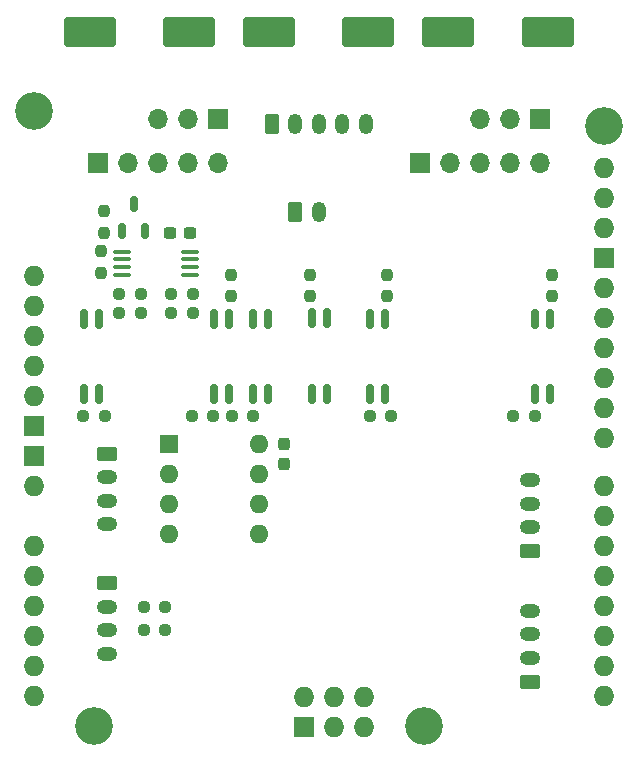
<source format=gts>
G04 #@! TF.GenerationSoftware,KiCad,Pcbnew,7.0.0*
G04 #@! TF.CreationDate,2023-03-02T16:39:17-08:00*
G04 #@! TF.ProjectId,KYBERNETES-CHASSIS-SHIELD,4b594245-524e-4455-9445-532d43484153,rev?*
G04 #@! TF.SameCoordinates,Original*
G04 #@! TF.FileFunction,Soldermask,Top*
G04 #@! TF.FilePolarity,Negative*
%FSLAX46Y46*%
G04 Gerber Fmt 4.6, Leading zero omitted, Abs format (unit mm)*
G04 Created by KiCad (PCBNEW 7.0.0) date 2023-03-02 16:39:17*
%MOMM*%
%LPD*%
G01*
G04 APERTURE LIST*
G04 Aperture macros list*
%AMRoundRect*
0 Rectangle with rounded corners*
0 $1 Rounding radius*
0 $2 $3 $4 $5 $6 $7 $8 $9 X,Y pos of 4 corners*
0 Add a 4 corners polygon primitive as box body*
4,1,4,$2,$3,$4,$5,$6,$7,$8,$9,$2,$3,0*
0 Add four circle primitives for the rounded corners*
1,1,$1+$1,$2,$3*
1,1,$1+$1,$4,$5*
1,1,$1+$1,$6,$7*
1,1,$1+$1,$8,$9*
0 Add four rect primitives between the rounded corners*
20,1,$1+$1,$2,$3,$4,$5,0*
20,1,$1+$1,$4,$5,$6,$7,0*
20,1,$1+$1,$6,$7,$8,$9,0*
20,1,$1+$1,$8,$9,$2,$3,0*%
G04 Aperture macros list end*
%ADD10RoundRect,0.150000X0.150000X-0.662500X0.150000X0.662500X-0.150000X0.662500X-0.150000X-0.662500X0*%
%ADD11RoundRect,0.237500X0.250000X0.237500X-0.250000X0.237500X-0.250000X-0.237500X0.250000X-0.237500X0*%
%ADD12RoundRect,0.237500X-0.250000X-0.237500X0.250000X-0.237500X0.250000X0.237500X-0.250000X0.237500X0*%
%ADD13RoundRect,0.237500X-0.237500X0.250000X-0.237500X-0.250000X0.237500X-0.250000X0.237500X0.250000X0*%
%ADD14RoundRect,0.237500X0.237500X-0.250000X0.237500X0.250000X-0.237500X0.250000X-0.237500X-0.250000X0*%
%ADD15RoundRect,0.250000X-1.950000X-1.000000X1.950000X-1.000000X1.950000X1.000000X-1.950000X1.000000X0*%
%ADD16RoundRect,0.237500X-0.237500X0.300000X-0.237500X-0.300000X0.237500X-0.300000X0.237500X0.300000X0*%
%ADD17R,1.600000X1.600000*%
%ADD18O,1.600000X1.600000*%
%ADD19RoundRect,0.250000X1.950000X1.000000X-1.950000X1.000000X-1.950000X-1.000000X1.950000X-1.000000X0*%
%ADD20R,1.700000X1.700000*%
%ADD21O,1.700000X1.700000*%
%ADD22RoundRect,0.250000X0.625000X-0.350000X0.625000X0.350000X-0.625000X0.350000X-0.625000X-0.350000X0*%
%ADD23O,1.750000X1.200000*%
%ADD24RoundRect,0.150000X-0.150000X0.662500X-0.150000X-0.662500X0.150000X-0.662500X0.150000X0.662500X0*%
%ADD25RoundRect,0.237500X0.300000X0.237500X-0.300000X0.237500X-0.300000X-0.237500X0.300000X-0.237500X0*%
%ADD26RoundRect,0.250000X-0.625000X0.350000X-0.625000X-0.350000X0.625000X-0.350000X0.625000X0.350000X0*%
%ADD27C,3.200000*%
%ADD28O,1.727200X1.727200*%
%ADD29R,1.727200X1.727200*%
%ADD30RoundRect,0.250000X-0.350000X-0.625000X0.350000X-0.625000X0.350000X0.625000X-0.350000X0.625000X0*%
%ADD31O,1.200000X1.750000*%
%ADD32RoundRect,0.150000X0.150000X-0.512500X0.150000X0.512500X-0.150000X0.512500X-0.150000X-0.512500X0*%
%ADD33RoundRect,0.100000X-0.637500X-0.100000X0.637500X-0.100000X0.637500X0.100000X-0.637500X0.100000X0*%
G04 APERTURE END LIST*
D10*
X146205000Y-100812500D03*
X147475000Y-100812500D03*
X147475000Y-94437500D03*
X146205000Y-94437500D03*
D11*
X157900000Y-102675000D03*
X156075000Y-102675000D03*
D12*
X168250000Y-102675000D03*
X170075000Y-102675000D03*
D13*
X133550000Y-85325000D03*
X133550000Y-87150000D03*
D11*
X141125000Y-92375000D03*
X139300000Y-92375000D03*
D12*
X144400000Y-102675000D03*
X146225000Y-102675000D03*
D11*
X138775000Y-118850000D03*
X136950000Y-118850000D03*
D14*
X133300000Y-90565000D03*
X133300000Y-88740000D03*
D15*
X147575000Y-70200000D03*
X155975000Y-70200000D03*
D16*
X148850000Y-105060000D03*
X148850000Y-106785000D03*
D17*
X139129999Y-105054999D03*
D18*
X139129999Y-107594999D03*
X139129999Y-110134999D03*
X139129999Y-112674999D03*
X146749999Y-112674999D03*
X146749999Y-110134999D03*
X146749999Y-107594999D03*
X146749999Y-105054999D03*
D19*
X171150000Y-70200000D03*
X162750000Y-70200000D03*
D20*
X143249999Y-77575118D03*
D21*
X140709999Y-77575118D03*
X138169999Y-77575118D03*
D11*
X136700000Y-93925000D03*
X134875000Y-93925000D03*
D22*
X169650000Y-114100000D03*
D23*
X169649999Y-112099999D03*
X169649999Y-110099999D03*
X169649999Y-108099999D03*
D22*
X169650000Y-125175000D03*
D23*
X169649999Y-123174999D03*
X169649999Y-121174999D03*
X169649999Y-119174999D03*
D24*
X152475000Y-94412500D03*
X151205000Y-94412500D03*
X151205000Y-100787500D03*
X152475000Y-100787500D03*
D10*
X131855000Y-100812500D03*
X133125000Y-100812500D03*
X133125000Y-94437500D03*
X131855000Y-94437500D03*
D25*
X140875000Y-87150000D03*
X139150000Y-87150000D03*
D26*
X133875000Y-116825000D03*
D23*
X133874999Y-118824999D03*
X133874999Y-120824999D03*
X133874999Y-122824999D03*
D27*
X127670000Y-76849881D03*
X175930000Y-78119881D03*
D28*
X127669999Y-90819880D03*
D27*
X160690000Y-128919881D03*
X132750000Y-128919881D03*
D28*
X127669999Y-98439880D03*
X127669999Y-100979880D03*
X155609999Y-129046880D03*
X127669999Y-113679880D03*
X127669999Y-116219880D03*
X127669999Y-118759880D03*
X127669999Y-121299880D03*
X127669999Y-123839880D03*
X127669999Y-126379880D03*
X175929999Y-86755880D03*
X175929999Y-126379880D03*
X175929999Y-123839880D03*
X175929999Y-121299880D03*
X175929999Y-118759880D03*
X175929999Y-116219880D03*
X175929999Y-113679880D03*
X175929999Y-111139880D03*
X175929999Y-108599880D03*
X175929999Y-104535880D03*
X175929999Y-101995880D03*
X175929999Y-99455880D03*
X175929999Y-96915880D03*
X175929999Y-94375880D03*
X175929999Y-91835880D03*
D29*
X175929999Y-89295880D03*
X127669999Y-103519880D03*
X127669999Y-106059880D03*
X150529999Y-129046880D03*
D28*
X127669999Y-93359880D03*
X155609999Y-126506880D03*
X153069999Y-129046880D03*
X127669999Y-95899880D03*
X150529999Y-126506880D03*
X153069999Y-126506880D03*
X175929999Y-81675880D03*
X175929999Y-84215880D03*
X127669999Y-108599880D03*
D11*
X138775000Y-120825000D03*
X136950000Y-120825000D03*
D12*
X139300000Y-93950000D03*
X141125000Y-93950000D03*
D30*
X147775000Y-77950000D03*
D31*
X149774999Y-77949999D03*
X151774999Y-77949999D03*
X153774999Y-77949999D03*
X155774999Y-77949999D03*
D10*
X156080000Y-100812500D03*
X157350000Y-100812500D03*
X157350000Y-94437500D03*
X156080000Y-94437500D03*
D30*
X149775000Y-85450000D03*
D31*
X151774999Y-85449999D03*
D20*
X133089999Y-81275118D03*
D21*
X135629999Y-81275118D03*
X138169999Y-81275118D03*
X140709999Y-81275118D03*
X143249999Y-81275118D03*
D14*
X144325000Y-92562500D03*
X144325000Y-90737500D03*
D32*
X135150000Y-86975000D03*
X137050000Y-86975000D03*
X136100000Y-84700000D03*
D20*
X160309999Y-81250118D03*
D21*
X162849999Y-81250118D03*
X165389999Y-81250118D03*
X167929999Y-81250118D03*
X170469999Y-81250118D03*
D33*
X135137500Y-88775000D03*
X135137500Y-89425000D03*
X135137500Y-90075000D03*
X135137500Y-90725000D03*
X140862500Y-90725000D03*
X140862500Y-90075000D03*
X140862500Y-89425000D03*
X140862500Y-88775000D03*
D11*
X133675000Y-102650000D03*
X131850000Y-102650000D03*
D14*
X171525000Y-92562500D03*
X171525000Y-90737500D03*
D19*
X140800000Y-70200000D03*
X132400000Y-70200000D03*
D12*
X141025000Y-102675000D03*
X142850000Y-102675000D03*
X134875000Y-92350000D03*
X136700000Y-92350000D03*
D10*
X142880000Y-100812500D03*
X144150000Y-100812500D03*
X144150000Y-94437500D03*
X142880000Y-94437500D03*
D26*
X133875000Y-105860000D03*
D23*
X133874999Y-107859999D03*
X133874999Y-109859999D03*
X133874999Y-111859999D03*
D10*
X170080000Y-100812500D03*
X171350000Y-100812500D03*
X171350000Y-94437500D03*
X170080000Y-94437500D03*
D20*
X170464999Y-77550118D03*
D21*
X167924999Y-77550118D03*
X165384999Y-77550118D03*
D13*
X151025000Y-90725000D03*
X151025000Y-92550000D03*
D14*
X157530000Y-92562500D03*
X157530000Y-90737500D03*
M02*

</source>
